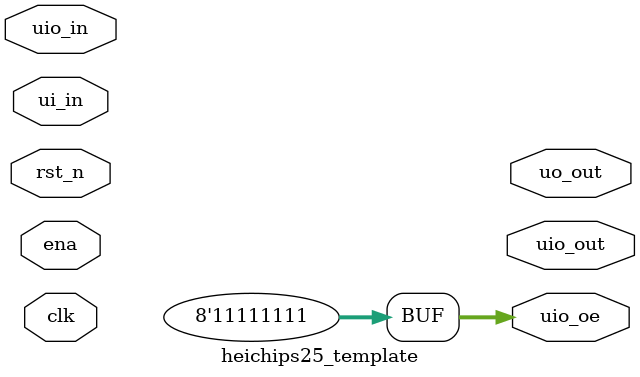
<source format=v>


`default_nettype none

module heichips25_template (
    input  wire [7:0] ui_in,    // Dedicated inputs
    output wire [7:0] uo_out,   // Dedicated outputs
    input  wire [7:0] uio_in,   // IOs: Input path
    output wire [7:0] uio_out,  // IOs: Output path
    output wire [7:0] uio_oe,   // IOs: Enable path (active high: 0=input, 1=output)
    input  wire       ena,      // always 1 when the design is powered, so you can ignore it
    input  wire       clk,      // clock
    input  wire       rst_n     // reset_n - low to reset
);

    // List all unused inputs to prevent warnings
    wire _unused = &{ena, ui_in[7:1], uio_in[7:0], uo_out[7:0], uio_out[7:0]};

    assign uio_oe  = '1;

endmodule



    

</source>
